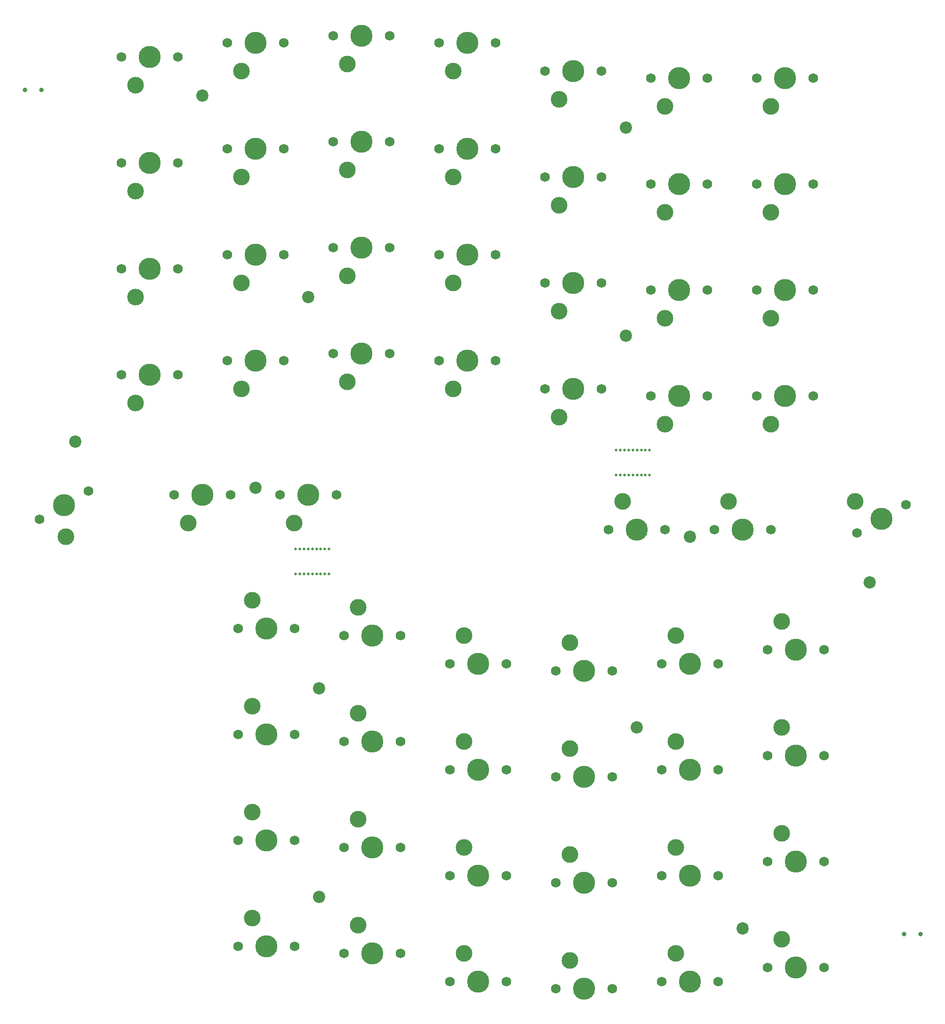
<source format=gbr>
%TF.GenerationSoftware,KiCad,Pcbnew,(6.0.7-1)-1*%
%TF.CreationDate,2023-01-14T16:38:47+08:00*%
%TF.ProjectId,prelude,7072656c-7564-4652-9e6b-696361645f70,rev?*%
%TF.SameCoordinates,Original*%
%TF.FileFunction,NonPlated,1,2,NPTH,Drill*%
%TF.FilePolarity,Positive*%
%FSLAX46Y46*%
G04 Gerber Fmt 4.6, Leading zero omitted, Abs format (unit mm)*
G04 Created by KiCad (PCBNEW (6.0.7-1)-1) date 2023-01-14 16:38:47*
%MOMM*%
%LPD*%
G01*
G04 APERTURE LIST*
%TA.AperFunction,ComponentDrill*%
%ADD10C,0.500000*%
%TD*%
%TA.AperFunction,ComponentDrill*%
%ADD11C,0.800000*%
%TD*%
%TA.AperFunction,ComponentDrill*%
%ADD12C,1.750000*%
%TD*%
%TA.AperFunction,ComponentDrill*%
%ADD13C,2.200000*%
%TD*%
%TA.AperFunction,ComponentDrill*%
%ADD14C,3.000000*%
%TD*%
%TA.AperFunction,ComponentDrill*%
%ADD15C,3.987800*%
%TD*%
G04 APERTURE END LIST*
D10*
%TO.C,mouse-bite-5mm-slot*%
X-116585000Y-78990000D03*
X-116585000Y-83490000D03*
X-115835000Y-78990000D03*
X-115835000Y-83490000D03*
X-115085000Y-78990000D03*
X-115085000Y-83490000D03*
X-114335000Y-78990000D03*
X-114335000Y-83490000D03*
X-113585000Y-78990000D03*
X-113585000Y-83490000D03*
X-112835000Y-78990000D03*
X-112835000Y-83490000D03*
X-112085000Y-78990000D03*
X-112085000Y-83490000D03*
X-111335000Y-78990000D03*
X-111335000Y-83490000D03*
X-110585000Y-78990000D03*
X-110585000Y-83490000D03*
X-58910000Y-61210000D03*
X-58910000Y-65710000D03*
X-58160000Y-61210000D03*
X-58160000Y-65710000D03*
X-57410000Y-61210000D03*
X-57410000Y-65710000D03*
X-56660000Y-61210000D03*
X-56660000Y-65710000D03*
X-55910000Y-61210000D03*
X-55910000Y-65710000D03*
X-55160000Y-61210000D03*
X-55160000Y-65710000D03*
X-54410000Y-61210000D03*
X-54410000Y-65710000D03*
X-53660000Y-61210000D03*
X-53660000Y-65710000D03*
X-52910000Y-61210000D03*
X-52910000Y-65710000D03*
D11*
%TO.C,Tog1*%
X-165330000Y3542500D03*
X-162330000Y3542500D03*
%TO.C,Tog0*%
X-7165000Y-148242500D03*
X-4165000Y-148242500D03*
D12*
%TO.C,SWR0-5*%
X-162667051Y-73669162D03*
X-153868233Y-68589162D03*
%TO.C,SWR0-1*%
X-147955000Y9525000D03*
%TO.C,SWR0-2*%
X-147955000Y-9525000D03*
%TO.C,SWR0-3*%
X-147955000Y-28575000D03*
%TO.C,SWR0-4*%
X-147955000Y-47625000D03*
%TO.C,SWR1-5*%
X-138430000Y-69215000D03*
%TO.C,SWR0-1*%
X-137795000Y9525000D03*
%TO.C,SWR0-2*%
X-137795000Y-9525000D03*
%TO.C,SWR0-3*%
X-137795000Y-28575000D03*
%TO.C,SWR0-4*%
X-137795000Y-47625000D03*
%TO.C,SWR1-0*%
X-128905000Y12065000D03*
%TO.C,SWR1-2*%
X-128905000Y-6985000D03*
%TO.C,SWR1-3*%
X-128905000Y-26035000D03*
%TO.C,SWR1-4*%
X-128905000Y-45085000D03*
%TO.C,SWR1-5*%
X-128270000Y-69215000D03*
%TO.C,SWL0-4*%
X-126950000Y-93265000D03*
%TO.C,SWL0-3*%
X-126950000Y-112315000D03*
%TO.C,SWL0-2*%
X-126950000Y-131365000D03*
%TO.C,SWL0-1*%
X-126950000Y-150415000D03*
%TO.C,SWR2-5*%
X-119380000Y-69215000D03*
%TO.C,SWR1-0*%
X-118745000Y12065000D03*
%TO.C,SWR1-2*%
X-118745000Y-6985000D03*
%TO.C,SWR1-3*%
X-118745000Y-26035000D03*
%TO.C,SWR1-4*%
X-118745000Y-45085000D03*
%TO.C,SWL0-4*%
X-116790000Y-93265000D03*
%TO.C,SWL0-3*%
X-116790000Y-112315000D03*
%TO.C,SWL0-2*%
X-116790000Y-131365000D03*
%TO.C,SWL0-1*%
X-116790000Y-150415000D03*
%TO.C,SWR2-0*%
X-109855000Y13335000D03*
%TO.C,SWR2-1*%
X-109855000Y-5715000D03*
%TO.C,SWR2-3*%
X-109855000Y-24765000D03*
%TO.C,SWR2-4*%
X-109855000Y-43815000D03*
%TO.C,SWR2-5*%
X-109220000Y-69215000D03*
%TO.C,SWL1-4*%
X-107900000Y-94535000D03*
%TO.C,SWL1-3*%
X-107900000Y-113585000D03*
%TO.C,SWL1-2*%
X-107900000Y-132635000D03*
%TO.C,SWL1-0*%
X-107900000Y-151685000D03*
%TO.C,SWR2-0*%
X-99695000Y13335000D03*
%TO.C,SWR2-1*%
X-99695000Y-5715000D03*
%TO.C,SWR2-3*%
X-99695000Y-24765000D03*
%TO.C,SWR2-4*%
X-99695000Y-43815000D03*
%TO.C,SWL1-4*%
X-97740000Y-94535000D03*
%TO.C,SWL1-3*%
X-97740000Y-113585000D03*
%TO.C,SWL1-2*%
X-97740000Y-132635000D03*
%TO.C,SWL1-0*%
X-97740000Y-151685000D03*
%TO.C,SWR3-0*%
X-90805000Y12065000D03*
%TO.C,SWR3-1*%
X-90805000Y-6985000D03*
%TO.C,SWR3-2*%
X-90805000Y-26035000D03*
%TO.C,SWR3-4*%
X-90805000Y-45085000D03*
%TO.C,SWL2-4*%
X-88850000Y-99615000D03*
%TO.C,SWL2-3*%
X-88850000Y-118665000D03*
%TO.C,SWL2-1*%
X-88850000Y-137715000D03*
%TO.C,SWL2-0*%
X-88850000Y-156765000D03*
%TO.C,SWR3-0*%
X-80645000Y12065000D03*
%TO.C,SWR3-1*%
X-80645000Y-6985000D03*
%TO.C,SWR3-2*%
X-80645000Y-26035000D03*
%TO.C,SWR3-4*%
X-80645000Y-45085000D03*
%TO.C,SWL2-4*%
X-78690000Y-99615000D03*
%TO.C,SWL2-3*%
X-78690000Y-118665000D03*
%TO.C,SWL2-1*%
X-78690000Y-137715000D03*
%TO.C,SWL2-0*%
X-78690000Y-156765000D03*
%TO.C,SWR4-0*%
X-71755000Y6985000D03*
%TO.C,SWR4-1*%
X-71755000Y-12065000D03*
%TO.C,SWR4-2*%
X-71755000Y-31115000D03*
%TO.C,SWR4-3*%
X-71755000Y-50165000D03*
%TO.C,SWL3-4*%
X-69800000Y-100885000D03*
%TO.C,SWL3-2*%
X-69800000Y-119935000D03*
%TO.C,SWL3-1*%
X-69800000Y-138985000D03*
%TO.C,SWL3-0*%
X-69800000Y-158035000D03*
%TO.C,SWR4-0*%
X-61595000Y6985000D03*
%TO.C,SWR4-1*%
X-61595000Y-12065000D03*
%TO.C,SWR4-2*%
X-61595000Y-31115000D03*
%TO.C,SWR4-3*%
X-61595000Y-50165000D03*
%TO.C,SWL3-5*%
X-60275000Y-75485000D03*
%TO.C,SWL3-4*%
X-59640000Y-100885000D03*
%TO.C,SWL3-2*%
X-59640000Y-119935000D03*
%TO.C,SWL3-1*%
X-59640000Y-138985000D03*
%TO.C,SWL3-0*%
X-59640000Y-158035000D03*
%TO.C,SWR5-0*%
X-52705000Y5715000D03*
%TO.C,SWR5-1*%
X-52705000Y-13335000D03*
%TO.C,SWR5-2*%
X-52705000Y-32385000D03*
%TO.C,SWR5-3*%
X-52705000Y-51435000D03*
%TO.C,SWL4-3*%
X-50750000Y-99615000D03*
%TO.C,SWL4-2*%
X-50750000Y-118665000D03*
%TO.C,SWL4-1*%
X-50750000Y-137715000D03*
%TO.C,SWL4-0*%
X-50750000Y-156765000D03*
%TO.C,SWL3-5*%
X-50115000Y-75485000D03*
%TO.C,SWR5-0*%
X-42545000Y5715000D03*
%TO.C,SWR5-1*%
X-42545000Y-13335000D03*
%TO.C,SWR5-2*%
X-42545000Y-32385000D03*
%TO.C,SWR5-3*%
X-42545000Y-51435000D03*
%TO.C,SWL4-5*%
X-41225000Y-75485000D03*
%TO.C,SWL4-3*%
X-40590000Y-99615000D03*
%TO.C,SWL4-2*%
X-40590000Y-118665000D03*
%TO.C,SWL4-1*%
X-40590000Y-137715000D03*
%TO.C,SWL4-0*%
X-40590000Y-156765000D03*
%TO.C,SWR6-0*%
X-33655000Y5715000D03*
%TO.C,SWR6-1*%
X-33655000Y-13335000D03*
%TO.C,SWR6-2*%
X-33655000Y-32385000D03*
%TO.C,SWR6-3*%
X-33655000Y-51435000D03*
%TO.C,SWL5-3*%
X-31700000Y-97075000D03*
%TO.C,SWL5-2*%
X-31700000Y-116125000D03*
%TO.C,SWL5-1*%
X-31700000Y-135175000D03*
%TO.C,SWL5-0*%
X-31700000Y-154225000D03*
%TO.C,SWL4-5*%
X-31065000Y-75485000D03*
%TO.C,SWR6-0*%
X-23495000Y5715000D03*
%TO.C,SWR6-1*%
X-23495000Y-13335000D03*
%TO.C,SWR6-2*%
X-23495000Y-32385000D03*
%TO.C,SWR6-3*%
X-23495000Y-51435000D03*
%TO.C,SWL5-3*%
X-21540000Y-97075000D03*
%TO.C,SWL5-2*%
X-21540000Y-116125000D03*
%TO.C,SWL5-1*%
X-21540000Y-135175000D03*
%TO.C,SWL5-0*%
X-21540000Y-154225000D03*
%TO.C,SWL5-4*%
X-15626767Y-76110838D03*
X-6827949Y-71030838D03*
D13*
%TO.C,REF\u002A\u002A*%
X-156210000Y-59690000D03*
X-133350000Y2540000D03*
X-123825000Y-67945000D03*
X-114300000Y-33655000D03*
X-112345000Y-104060000D03*
X-112345000Y-141525000D03*
X-57150000Y-3175000D03*
X-57150000Y-40640000D03*
X-55195000Y-111045000D03*
X-45670000Y-76755000D03*
X-36145000Y-147240000D03*
X-13285000Y-85010000D03*
D14*
%TO.C,SWR0-5*%
X-157927347Y-76798571D03*
%TO.C,SWR0-1*%
X-145415000Y4445000D03*
%TO.C,SWR0-2*%
X-145415000Y-14605000D03*
%TO.C,SWR0-3*%
X-145415000Y-33655000D03*
%TO.C,SWR0-4*%
X-145415000Y-52705000D03*
%TO.C,SWR1-5*%
X-135890000Y-74295000D03*
%TO.C,SWR1-0*%
X-126365000Y6985000D03*
%TO.C,SWR1-2*%
X-126365000Y-12065000D03*
%TO.C,SWR1-3*%
X-126365000Y-31115000D03*
%TO.C,SWR1-4*%
X-126365000Y-50165000D03*
%TO.C,SWL0-4*%
X-124410000Y-88185000D03*
%TO.C,SWL0-3*%
X-124410000Y-107235000D03*
%TO.C,SWL0-2*%
X-124410000Y-126285000D03*
%TO.C,SWL0-1*%
X-124410000Y-145335000D03*
%TO.C,SWR2-5*%
X-116840000Y-74295000D03*
%TO.C,SWR2-0*%
X-107315000Y8255000D03*
%TO.C,SWR2-1*%
X-107315000Y-10795000D03*
%TO.C,SWR2-3*%
X-107315000Y-29845000D03*
%TO.C,SWR2-4*%
X-107315000Y-48895000D03*
%TO.C,SWL1-4*%
X-105360000Y-89455000D03*
%TO.C,SWL1-3*%
X-105360000Y-108505000D03*
%TO.C,SWL1-2*%
X-105360000Y-127555000D03*
%TO.C,SWL1-0*%
X-105360000Y-146605000D03*
%TO.C,SWR3-0*%
X-88265000Y6985000D03*
%TO.C,SWR3-1*%
X-88265000Y-12065000D03*
%TO.C,SWR3-2*%
X-88265000Y-31115000D03*
%TO.C,SWR3-4*%
X-88265000Y-50165000D03*
%TO.C,SWL2-4*%
X-86310000Y-94535000D03*
%TO.C,SWL2-3*%
X-86310000Y-113585000D03*
%TO.C,SWL2-1*%
X-86310000Y-132635000D03*
%TO.C,SWL2-0*%
X-86310000Y-151685000D03*
%TO.C,SWR4-0*%
X-69215000Y1905000D03*
%TO.C,SWR4-1*%
X-69215000Y-17145000D03*
%TO.C,SWR4-2*%
X-69215000Y-36195000D03*
%TO.C,SWR4-3*%
X-69215000Y-55245000D03*
%TO.C,SWL3-4*%
X-67260000Y-95805000D03*
%TO.C,SWL3-2*%
X-67260000Y-114855000D03*
%TO.C,SWL3-1*%
X-67260000Y-133905000D03*
%TO.C,SWL3-0*%
X-67260000Y-152955000D03*
%TO.C,SWL3-5*%
X-57735000Y-70405000D03*
%TO.C,SWR5-0*%
X-50165000Y635000D03*
%TO.C,SWR5-1*%
X-50165000Y-18415000D03*
%TO.C,SWR5-2*%
X-50165000Y-37465000D03*
%TO.C,SWR5-3*%
X-50165000Y-56515000D03*
%TO.C,SWL4-3*%
X-48210000Y-94535000D03*
%TO.C,SWL4-2*%
X-48210000Y-113585000D03*
%TO.C,SWL4-1*%
X-48210000Y-132635000D03*
%TO.C,SWL4-0*%
X-48210000Y-151685000D03*
%TO.C,SWL4-5*%
X-38685000Y-70405000D03*
%TO.C,SWR6-0*%
X-31115000Y635000D03*
%TO.C,SWR6-1*%
X-31115000Y-18415000D03*
%TO.C,SWR6-2*%
X-31115000Y-37465000D03*
%TO.C,SWR6-3*%
X-31115000Y-56515000D03*
%TO.C,SWL5-3*%
X-29160000Y-91995000D03*
%TO.C,SWL5-2*%
X-29160000Y-111045000D03*
%TO.C,SWL5-1*%
X-29160000Y-130095000D03*
%TO.C,SWL5-0*%
X-29160000Y-149145000D03*
%TO.C,SWL5-4*%
X-15967063Y-70441429D03*
D15*
%TO.C,SWR0-5*%
X-158267642Y-71129162D03*
%TO.C,SWR0-1*%
X-142875000Y9525000D03*
%TO.C,SWR0-2*%
X-142875000Y-9525000D03*
%TO.C,SWR0-3*%
X-142875000Y-28575000D03*
%TO.C,SWR0-4*%
X-142875000Y-47625000D03*
%TO.C,SWR1-5*%
X-133350000Y-69215000D03*
%TO.C,SWR1-0*%
X-123825000Y12065000D03*
%TO.C,SWR1-2*%
X-123825000Y-6985000D03*
%TO.C,SWR1-3*%
X-123825000Y-26035000D03*
%TO.C,SWR1-4*%
X-123825000Y-45085000D03*
%TO.C,SWL0-4*%
X-121870000Y-93265000D03*
%TO.C,SWL0-3*%
X-121870000Y-112315000D03*
%TO.C,SWL0-2*%
X-121870000Y-131365000D03*
%TO.C,SWL0-1*%
X-121870000Y-150415000D03*
%TO.C,SWR2-5*%
X-114300000Y-69215000D03*
%TO.C,SWR2-0*%
X-104775000Y13335000D03*
%TO.C,SWR2-1*%
X-104775000Y-5715000D03*
%TO.C,SWR2-3*%
X-104775000Y-24765000D03*
%TO.C,SWR2-4*%
X-104775000Y-43815000D03*
%TO.C,SWL1-4*%
X-102820000Y-94535000D03*
%TO.C,SWL1-3*%
X-102820000Y-113585000D03*
%TO.C,SWL1-2*%
X-102820000Y-132635000D03*
%TO.C,SWL1-0*%
X-102820000Y-151685000D03*
%TO.C,SWR3-0*%
X-85725000Y12065000D03*
%TO.C,SWR3-1*%
X-85725000Y-6985000D03*
%TO.C,SWR3-2*%
X-85725000Y-26035000D03*
%TO.C,SWR3-4*%
X-85725000Y-45085000D03*
%TO.C,SWL2-4*%
X-83770000Y-99615000D03*
%TO.C,SWL2-3*%
X-83770000Y-118665000D03*
%TO.C,SWL2-1*%
X-83770000Y-137715000D03*
%TO.C,SWL2-0*%
X-83770000Y-156765000D03*
%TO.C,SWR4-0*%
X-66675000Y6985000D03*
%TO.C,SWR4-1*%
X-66675000Y-12065000D03*
%TO.C,SWR4-2*%
X-66675000Y-31115000D03*
%TO.C,SWR4-3*%
X-66675000Y-50165000D03*
%TO.C,SWL3-4*%
X-64720000Y-100885000D03*
%TO.C,SWL3-2*%
X-64720000Y-119935000D03*
%TO.C,SWL3-1*%
X-64720000Y-138985000D03*
%TO.C,SWL3-0*%
X-64720000Y-158035000D03*
%TO.C,SWL3-5*%
X-55195000Y-75485000D03*
%TO.C,SWR5-0*%
X-47625000Y5715000D03*
%TO.C,SWR5-1*%
X-47625000Y-13335000D03*
%TO.C,SWR5-2*%
X-47625000Y-32385000D03*
%TO.C,SWR5-3*%
X-47625000Y-51435000D03*
%TO.C,SWL4-3*%
X-45670000Y-99615000D03*
%TO.C,SWL4-2*%
X-45670000Y-118665000D03*
%TO.C,SWL4-1*%
X-45670000Y-137715000D03*
%TO.C,SWL4-0*%
X-45670000Y-156765000D03*
%TO.C,SWL4-5*%
X-36145000Y-75485000D03*
%TO.C,SWR6-0*%
X-28575000Y5715000D03*
%TO.C,SWR6-1*%
X-28575000Y-13335000D03*
%TO.C,SWR6-2*%
X-28575000Y-32385000D03*
%TO.C,SWR6-3*%
X-28575000Y-51435000D03*
%TO.C,SWL5-3*%
X-26620000Y-97075000D03*
%TO.C,SWL5-2*%
X-26620000Y-116125000D03*
%TO.C,SWL5-1*%
X-26620000Y-135175000D03*
%TO.C,SWL5-0*%
X-26620000Y-154225000D03*
%TO.C,SWL5-4*%
X-11227358Y-73570838D03*
M02*

</source>
